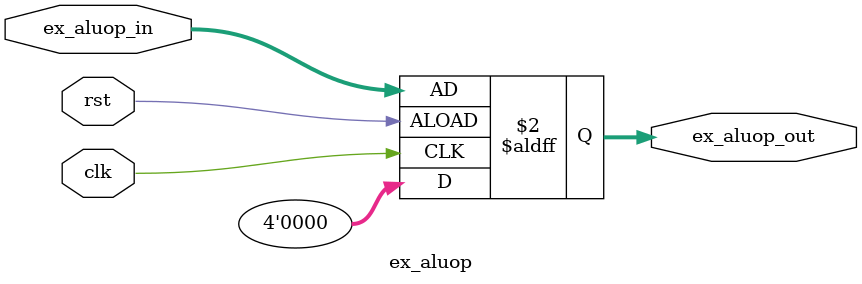
<source format=sv>
module ex_aluop(
    input logic clk,
    input logic rst,
    input logic [3:0] ex_aluop_in = 4'b0, 
    output logic [3:0] ex_aluop_out
     
);

    always_ff @(posedge clk or negedge rst) begin
        if (rst) begin
            ex_aluop_out <= 4'b0; 
        end else begin
            ex_aluop_out <= ex_aluop_in; 
        end
    end
endmodule
</source>
